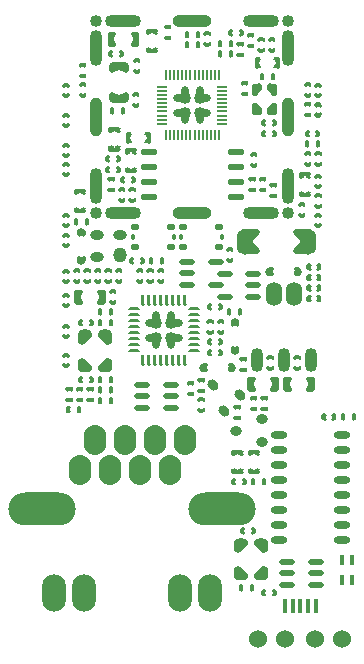
<source format=gtp>
G04 #@! TF.GenerationSoftware,KiCad,Pcbnew,6.0.5-a6ca702e91~116~ubuntu20.04.1*
G04 #@! TF.CreationDate,2024-03-02T15:14:06+03:00*
G04 #@! TF.ProjectId,iot-esp-eth-ind,696f742d-6573-4702-9d65-74682d696e64,rev?*
G04 #@! TF.SameCoordinates,PX3072580PYa990340*
G04 #@! TF.FileFunction,Paste,Top*
G04 #@! TF.FilePolarity,Positive*
%FSLAX46Y46*%
G04 Gerber Fmt 4.6, Leading zero omitted, Abs format (unit mm)*
G04 Created by KiCad (PCBNEW 6.0.5-a6ca702e91~116~ubuntu20.04.1) date 2024-03-02 15:14:06*
%MOMM*%
%LPD*%
G01*
G04 APERTURE LIST*
G04 Aperture macros list*
%AMRoundRect*
0 Rectangle with rounded corners*
0 $1 Rounding radius*
0 $2 $3 $4 $5 $6 $7 $8 $9 X,Y pos of 4 corners*
0 Add a 4 corners polygon primitive as box body*
4,1,4,$2,$3,$4,$5,$6,$7,$8,$9,$2,$3,0*
0 Add four circle primitives for the rounded corners*
1,1,$1+$1,$2,$3*
1,1,$1+$1,$4,$5*
1,1,$1+$1,$6,$7*
1,1,$1+$1,$8,$9*
0 Add four rect primitives between the rounded corners*
20,1,$1+$1,$2,$3,$4,$5,0*
20,1,$1+$1,$4,$5,$6,$7,0*
20,1,$1+$1,$6,$7,$8,$9,0*
20,1,$1+$1,$8,$9,$2,$3,0*%
%AMHorizOval*
0 Thick line with rounded ends*
0 $1 width*
0 $2 $3 position (X,Y) of the first rounded end (center of the circle)*
0 $4 $5 position (X,Y) of the second rounded end (center of the circle)*
0 Add line between two ends*
20,1,$1,$2,$3,$4,$5,0*
0 Add two circle primitives to create the rounded ends*
1,1,$1,$2,$3*
1,1,$1,$4,$5*%
%AMOutline4P*
0 Free polygon, 4 corners , with rotation*
0 The origin of the aperture is its center*
0 number of corners: always 4*
0 $1 to $8 corner X, Y*
0 $9 Rotation angle, in degrees counterclockwise*
0 create outline with 4 corners*
4,1,4,$1,$2,$3,$4,$5,$6,$7,$8,$1,$2,$9*%
G04 Aperture macros list end*
%ADD10Outline4P,-0.177800X-0.190500X0.177800X-0.190500X0.000000X0.190500X0.000000X0.190500X270.000000*%
%ADD11RoundRect,0.127000X0.000000X0.127000X0.000000X-0.127000X0.000000X-0.127000X0.000000X0.127000X0*%
%ADD12O,0.965200X0.406400*%
%ADD13Outline4P,-0.177800X-0.190500X0.177800X-0.190500X0.000000X0.190500X0.000000X0.190500X90.000000*%
%ADD14RoundRect,0.127000X0.000000X-0.127000X0.000000X0.127000X0.000000X0.127000X0.000000X-0.127000X0*%
%ADD15RoundRect,0.127000X0.035921X0.035921X-0.035921X-0.035921X-0.035921X-0.035921X0.035921X0.035921X0*%
%ADD16RoundRect,0.127000X0.050800X0.000000X-0.050800X0.000000X-0.050800X0.000000X0.050800X0.000000X0*%
%ADD17RoundRect,0.127000X-0.050800X0.000000X0.050800X0.000000X0.050800X0.000000X-0.050800X0.000000X0*%
%ADD18RoundRect,0.127000X-0.035921X-0.035921X0.035921X0.035921X0.035921X0.035921X-0.035921X-0.035921X0*%
%ADD19RoundRect,0.139700X0.000000X0.152400X0.000000X0.152400X0.000000X-0.152400X0.000000X-0.152400X0*%
%ADD20RoundRect,0.139700X0.000000X-0.152400X0.000000X-0.152400X0.000000X0.152400X0.000000X0.152400X0*%
%ADD21RoundRect,0.127000X-0.035921X0.035921X0.035921X-0.035921X0.035921X-0.035921X-0.035921X0.035921X0*%
%ADD22RoundRect,0.127000X0.035921X-0.035921X-0.035921X0.035921X-0.035921X0.035921X0.035921X-0.035921X0*%
%ADD23O,1.399540X0.599440*%
%ADD24RoundRect,0.127000X0.000000X0.050800X0.000000X-0.050800X0.000000X-0.050800X0.000000X0.050800X0*%
%ADD25RoundRect,0.139700X0.152400X0.000000X0.152400X0.000000X-0.152400X0.000000X-0.152400X0.000000X0*%
%ADD26RoundRect,0.127000X0.000000X-0.050800X0.000000X0.050800X0.000000X0.050800X0.000000X-0.050800X0*%
%ADD27RoundRect,0.139700X-0.152400X0.000000X-0.152400X0.000000X0.152400X0.000000X0.152400X0.000000X0*%
%ADD28O,1.397000X2.032000*%
%ADD29O,1.016000X2.032000*%
%ADD30HorizOval,0.457200X-0.251447X-0.251447X0.251447X0.251447X0*%
%ADD31O,1.143000X0.762000*%
%ADD32O,0.508000X1.117600*%
%ADD33O,0.482600X0.609600*%
%ADD34HorizOval,0.457200X-0.251447X0.251447X0.251447X-0.251447X0*%
%ADD35O,0.609600X0.457200*%
%ADD36HorizOval,0.457200X0.251447X-0.251447X-0.251447X0.251447X0*%
%ADD37HorizOval,0.457200X0.251447X0.251447X-0.251447X-0.251447X0*%
%ADD38O,0.457200X0.812800*%
%ADD39O,1.625600X0.711200*%
%ADD40HorizOval,0.406400X0.259055X-0.104665X-0.259055X0.104665X0*%
%ADD41HorizOval,0.406400X-0.259055X0.104665X0.259055X-0.104665X0*%
%ADD42HorizOval,0.406400X-0.259055X-0.104665X0.259055X0.104665X0*%
%ADD43HorizOval,0.406400X0.259055X0.104665X-0.259055X-0.104665X0*%
%ADD44Outline4P,-0.177800X-0.190500X0.177800X-0.190500X0.000000X0.190500X0.000000X0.190500X0.000000*%
%ADD45O,0.406400X0.965200*%
%ADD46Outline4P,-0.177800X-0.190500X0.177800X-0.190500X0.000000X0.190500X0.000000X0.190500X180.000000*%
%ADD47RoundRect,0.127000X0.127000X0.000000X-0.127000X0.000000X-0.127000X0.000000X0.127000X0.000000X0*%
%ADD48RoundRect,0.127000X-0.127000X0.000000X0.127000X0.000000X0.127000X0.000000X-0.127000X0.000000X0*%
%ADD49O,0.635000X1.143000*%
%ADD50C,1.016000*%
%ADD51O,1.143000X0.635000*%
%ADD52O,0.254000X1.016000*%
%ADD53O,1.016000X0.254000*%
%ADD54O,0.558800X1.270000*%
%ADD55RoundRect,0.177800X0.177800X0.000000X-0.177800X0.000000X-0.177800X0.000000X0.177800X0.000000X0*%
%ADD56Outline4P,-0.279400X-0.254000X0.279400X-0.254000X0.000000X0.254000X0.000000X0.254000X0.000000*%
%ADD57Outline4P,-0.279400X-0.254000X0.279400X-0.254000X0.000000X0.254000X0.000000X0.254000X180.000000*%
%ADD58RoundRect,0.177800X-0.177800X0.000000X0.177800X0.000000X0.177800X0.000000X-0.177800X0.000000X0*%
%ADD59RoundRect,0.127000X-0.048644X0.040817X0.048644X-0.040817X0.048644X-0.040817X-0.048644X0.040817X0*%
%ADD60RoundRect,0.127000X-0.048644X-0.040817X0.048644X0.040817X0.048644X0.040817X-0.048644X-0.040817X0*%
%ADD61RoundRect,0.127000X-0.069850X0.000000X0.069850X0.000000X0.069850X0.000000X-0.069850X0.000000X0*%
%ADD62RoundRect,0.127000X0.048644X-0.040817X-0.048644X0.040817X-0.048644X0.040817X0.048644X-0.040817X0*%
%ADD63RoundRect,0.127000X0.048644X0.040817X-0.048644X-0.040817X-0.048644X-0.040817X0.048644X0.040817X0*%
%ADD64RoundRect,0.177800X0.000000X-0.114300X0.000000X-0.114300X0.000000X0.114300X0.000000X0.114300X0*%
%ADD65HorizOval,0.304800X-0.125724X-0.125724X0.125724X0.125724X0*%
%ADD66O,0.304800X0.609600*%
%ADD67HorizOval,0.304800X0.125724X-0.125724X-0.125724X0.125724X0*%
%ADD68O,0.711200X0.673100*%
%ADD69HorizOval,0.304800X0.125724X0.125724X-0.125724X-0.125724X0*%
%ADD70HorizOval,0.304800X-0.125724X0.125724X0.125724X-0.125724X0*%
%ADD71RoundRect,0.127000X-0.040817X-0.048644X0.040817X0.048644X0.040817X0.048644X-0.040817X-0.048644X0*%
%ADD72RoundRect,0.127000X0.000000X-0.069850X0.000000X0.069850X0.000000X0.069850X0.000000X-0.069850X0*%
%ADD73RoundRect,0.177800X0.114300X0.000000X0.114300X0.000000X-0.114300X0.000000X-0.114300X0.000000X0*%
%ADD74RoundRect,0.127000X0.040817X-0.048644X-0.040817X0.048644X-0.040817X0.048644X0.040817X-0.048644X0*%
%ADD75RoundRect,0.127000X0.040817X0.048644X-0.040817X-0.048644X-0.040817X-0.048644X0.040817X0.048644X0*%
%ADD76RoundRect,0.127000X-0.040817X0.048644X0.040817X-0.048644X0.040817X-0.048644X-0.040817X0.048644X0*%
%ADD77O,1.320800X0.508000*%
%ADD78O,0.406400X0.914400*%
%ADD79O,0.609600X0.304800*%
%ADD80O,0.673100X0.711200*%
%ADD81O,1.016000X0.812800*%
%ADD82RoundRect,0.177800X-0.114300X0.000000X-0.114300X0.000000X0.114300X0.000000X0.114300X0.000000X0*%
%ADD83RoundRect,0.127000X0.000000X0.069850X0.000000X-0.069850X0.000000X-0.069850X0.000000X0.069850X0*%
%ADD84O,0.762000X0.558800*%
%ADD85O,0.355600X0.635000*%
%ADD86C,1.524000*%
%ADD87O,0.381000X1.270000*%
%ADD88O,1.651000X0.508000*%
%ADD89O,1.422400X2.159000*%
%ADD90HorizOval,0.508000X-0.404112X0.404112X0.404112X-0.404112X0*%
%ADD91HorizOval,0.508000X0.404112X-0.404112X-0.404112X0.404112X0*%
%ADD92HorizOval,0.508000X-0.404112X-0.404112X0.404112X0.404112X0*%
%ADD93HorizOval,0.508000X0.404112X0.404112X-0.404112X-0.404112X0*%
%ADD94RoundRect,0.127000X0.069850X0.000000X-0.069850X0.000000X-0.069850X0.000000X0.069850X0.000000X0*%
%ADD95RoundRect,0.177800X0.000000X0.114300X0.000000X0.114300X0.000000X-0.114300X0.000000X-0.114300X0*%
%ADD96O,1.371600X0.558800*%
%ADD97O,2.032000X3.175000*%
%ADD98O,1.905000X2.540000*%
%ADD99O,5.715000X2.794000*%
%ADD100O,1.143000X1.270000*%
%ADD101O,1.143000X0.838200*%
%ADD102HorizOval,0.812800X-0.071842X0.071842X0.071842X-0.071842X0*%
%ADD103O,0.533400X0.660400*%
%ADD104O,0.863600X0.558800*%
%ADD105HorizOval,0.533400X-0.179605X0.179605X0.179605X-0.179605X0*%
%ADD106HorizOval,0.533400X0.179605X0.179605X-0.179605X-0.179605X0*%
%ADD107O,0.533400X1.041400*%
%ADD108HorizOval,0.533400X-0.179605X-0.179605X0.179605X0.179605X0*%
%ADD109HorizOval,0.533400X0.179605X-0.179605X-0.179605X0.179605X0*%
%ADD110O,0.177800X0.889000*%
%ADD111O,0.889000X0.177800*%
%ADD112O,3.048000X1.016000*%
%ADD113O,1.016000X3.048000*%
%ADD114O,1.016000X3.302000*%
%ADD115O,3.302000X1.016000*%
G04 APERTURE END LIST*
D10*
G04 #@! TO.C,C22*
X11150600Y51206400D03*
D11*
X10947400Y52654200D03*
D10*
X11150600Y52578000D03*
D12*
X11303000Y52755800D03*
D11*
X11658600Y52654200D03*
D13*
X11455400Y52578000D03*
D12*
X11303000Y51028600D03*
D14*
X10947400Y51130200D03*
X11658600Y51130200D03*
D13*
X11455400Y51206400D03*
G04 #@! TD*
G04 #@! TO.C,L81*
X18694400Y16941800D03*
D12*
X18542000Y15392400D03*
D11*
X18186400Y17018000D03*
X18897600Y17018000D03*
D12*
X18542000Y17119600D03*
D14*
X18186400Y15494000D03*
D10*
X18389600Y15570200D03*
D13*
X18694400Y15570200D03*
D14*
X18897600Y15494000D03*
D10*
X18389600Y16941800D03*
G04 #@! TD*
D11*
G04 #@! TO.C,L2*
X9880600Y42545000D03*
D14*
X9169400Y41021000D03*
D12*
X9525000Y40919400D03*
D14*
X9880600Y41021000D03*
D13*
X9677400Y41097200D03*
D11*
X9169400Y42545000D03*
D10*
X9372600Y41097200D03*
D12*
X9525000Y42646600D03*
D13*
X9677400Y42468800D03*
D10*
X9372600Y42468800D03*
G04 #@! TD*
D15*
G04 #@! TO.C,C87*
X19888200Y14732000D03*
D16*
X19875500Y14782800D03*
D17*
X20764500Y14782800D03*
D18*
X20751800Y14478000D03*
D16*
X19875500Y14427200D03*
D19*
X19837400Y14605000D03*
D20*
X20802600Y14605000D03*
D21*
X19888200Y14478000D03*
D17*
X20764500Y14427200D03*
D22*
X20751800Y14732000D03*
G04 #@! TD*
D23*
G04 #@! TO.C,U81*
X22098000Y18542000D03*
X22098000Y17272000D03*
X22098000Y16002000D03*
X22098000Y14732000D03*
X22098000Y13462000D03*
X22098000Y12192000D03*
X22098000Y10922000D03*
X22098000Y9652000D03*
X27432000Y9652000D03*
X27432000Y10922000D03*
X27432000Y12192000D03*
X27432000Y13462000D03*
X27432000Y14732000D03*
X27432000Y16002000D03*
X27432000Y17272000D03*
X27432000Y18542000D03*
G04 #@! TD*
D24*
G04 #@! TO.C,C7*
X21285200Y51117500D03*
D21*
X21336000Y51130200D03*
D25*
X21463000Y52044600D03*
D26*
X21640800Y52006500D03*
D15*
X21336000Y51993800D03*
D18*
X21590000Y51130200D03*
D22*
X21590000Y51993800D03*
D27*
X21463000Y51079400D03*
D24*
X21640800Y51117500D03*
D26*
X21285200Y52006500D03*
G04 #@! TD*
D27*
G04 #@! TO.C,R72*
X8509000Y31521400D03*
D26*
X8331200Y32448500D03*
D24*
X8331200Y31559500D03*
D18*
X8636000Y31572200D03*
D24*
X8686800Y31559500D03*
D15*
X8382000Y32435800D03*
D22*
X8636000Y32435800D03*
D26*
X8686800Y32448500D03*
D21*
X8382000Y31572200D03*
D25*
X8509000Y32486600D03*
G04 #@! TD*
D18*
G04 #@! TO.C,C24*
X8890000Y38430200D03*
D26*
X8940800Y39306500D03*
D27*
X8763000Y38379400D03*
D25*
X8763000Y39344600D03*
D24*
X8940800Y38417500D03*
D21*
X8636000Y38430200D03*
D24*
X8585200Y38417500D03*
D22*
X8890000Y39293800D03*
D26*
X8585200Y39306500D03*
D15*
X8636000Y39293800D03*
G04 #@! TD*
D28*
G04 #@! TO.C,U41*
X21615400Y30480000D03*
X23342600Y30480000D03*
D29*
X20193000Y24892000D03*
X22479000Y24892000D03*
X24765000Y24892000D03*
G04 #@! TD*
D11*
G04 #@! TO.C,D42*
X24612600Y40513000D03*
D12*
X24257000Y40614600D03*
D11*
X23901400Y40513000D03*
D10*
X24104600Y39065200D03*
D14*
X24612600Y38989000D03*
D13*
X24409400Y39065200D03*
D12*
X24257000Y38887400D03*
D13*
X24409400Y40436800D03*
D14*
X23901400Y38989000D03*
D10*
X24104600Y40436800D03*
G04 #@! TD*
D12*
G04 #@! TO.C,C18*
X8128000Y44450000D03*
D11*
X8483600Y44348400D03*
D13*
X8280400Y44272200D03*
X8280400Y42900600D03*
D12*
X8128000Y42722800D03*
D10*
X7975600Y44272200D03*
X7975600Y42900600D03*
D14*
X7772400Y42824400D03*
X8483600Y42824400D03*
D11*
X7772400Y44348400D03*
G04 #@! TD*
D22*
G04 #@! TO.C,C62*
X5334000Y22402800D03*
D21*
X5080000Y21539200D03*
D24*
X5384800Y21526500D03*
D15*
X5080000Y22402800D03*
D25*
X5207000Y22453600D03*
D26*
X5384800Y22415500D03*
D27*
X5207000Y21488400D03*
D24*
X5029200Y21526500D03*
D18*
X5334000Y21539200D03*
D26*
X5029200Y22415500D03*
G04 #@! TD*
D30*
G04 #@! TO.C,X81*
X20421600Y6934200D03*
D31*
X18846800Y6578600D03*
X20523200Y9423400D03*
D32*
X18516600Y9144000D03*
D33*
X19189700Y6604000D03*
D34*
X18948400Y6934200D03*
D35*
X18592800Y7188200D03*
X20777200Y7188200D03*
D31*
X20523200Y6578600D03*
D35*
X18592800Y8813800D03*
D33*
X20180300Y6604000D03*
D32*
X20853400Y9144000D03*
D33*
X19189700Y9398000D03*
D31*
X18846800Y9423400D03*
D32*
X20853400Y6858000D03*
D35*
X20777200Y8813800D03*
D32*
X18516600Y6858000D03*
D33*
X20180300Y9398000D03*
D36*
X20421600Y9067800D03*
D37*
X18948400Y9067800D03*
G04 #@! TD*
D21*
G04 #@! TO.C,C12*
X20650200Y48768000D03*
D16*
X20637500Y49072800D03*
D17*
X21526500Y49072800D03*
D19*
X20599400Y48895000D03*
D20*
X21564600Y48895000D03*
D15*
X20650200Y49022000D03*
D18*
X21513800Y48768000D03*
D16*
X20637500Y48717200D03*
D17*
X21526500Y48717200D03*
D22*
X21513800Y49022000D03*
G04 #@! TD*
D26*
G04 #@! TO.C,C25*
X9474200Y39306500D03*
D27*
X9652000Y38379400D03*
D22*
X9779000Y39293800D03*
D21*
X9525000Y38430200D03*
D15*
X9525000Y39293800D03*
D18*
X9779000Y38430200D03*
D24*
X9474200Y38417500D03*
X9829800Y38417500D03*
D25*
X9652000Y39344600D03*
D26*
X9829800Y39306500D03*
G04 #@! TD*
D21*
G04 #@! TO.C,C10*
X19812000Y41402000D03*
D15*
X19812000Y42265600D03*
D26*
X19761200Y42278300D03*
D24*
X19761200Y41389300D03*
D27*
X19939000Y41351200D03*
D24*
X20116800Y41389300D03*
D25*
X19939000Y42316400D03*
D26*
X20116800Y42278300D03*
D22*
X20066000Y42265600D03*
D18*
X20066000Y41402000D03*
G04 #@! TD*
D32*
G04 #@! TO.C,X61*
X5308600Y26797000D03*
D31*
X7315200Y27076400D03*
D35*
X5384800Y26466800D03*
D33*
X5981700Y27051000D03*
D31*
X5638800Y27076400D03*
D32*
X7645400Y24511000D03*
D33*
X6972300Y27051000D03*
D35*
X7569200Y24841200D03*
D31*
X7315200Y24231600D03*
D32*
X5308600Y24511000D03*
D35*
X5384800Y24841200D03*
D33*
X6972300Y24257000D03*
D32*
X7645400Y26797000D03*
D35*
X7569200Y26466800D03*
D34*
X5740400Y24587200D03*
D37*
X5740400Y26720800D03*
D33*
X5981700Y24257000D03*
D31*
X5638800Y24231600D03*
D30*
X7213600Y24587200D03*
D36*
X7213600Y26720800D03*
G04 #@! TD*
D26*
G04 #@! TO.C,C3*
X18618200Y51625500D03*
D25*
X18796000Y51663600D03*
D18*
X18923000Y50749200D03*
D24*
X18618200Y50736500D03*
D26*
X18973800Y51625500D03*
D21*
X18669000Y50749200D03*
D22*
X18923000Y51612800D03*
D27*
X18796000Y50698400D03*
D24*
X18973800Y50736500D03*
D15*
X18669000Y51612800D03*
G04 #@! TD*
D26*
G04 #@! TO.C,C65*
X14782800Y22923500D03*
D21*
X14478000Y22047200D03*
D18*
X14732000Y22047200D03*
D25*
X14605000Y22961600D03*
D24*
X14782800Y22034500D03*
D15*
X14478000Y22910800D03*
D26*
X14427200Y22923500D03*
D24*
X14427200Y22034500D03*
D22*
X14732000Y22910800D03*
D27*
X14605000Y21996400D03*
G04 #@! TD*
D26*
G04 #@! TO.C,R51*
X24688800Y42354500D03*
D25*
X24511000Y42392600D03*
D18*
X24638000Y41478200D03*
D22*
X24638000Y42341800D03*
D15*
X24384000Y42341800D03*
D26*
X24333200Y42354500D03*
D21*
X24384000Y41478200D03*
D24*
X24688800Y41465500D03*
X24333200Y41465500D03*
D27*
X24511000Y41427400D03*
G04 #@! TD*
D21*
G04 #@! TO.C,R69*
X16205200Y26289000D03*
D20*
X17119600Y26416000D03*
D17*
X17081500Y26593800D03*
D15*
X16205200Y26543000D03*
D16*
X16192500Y26593800D03*
D19*
X16154400Y26416000D03*
D18*
X17068800Y26289000D03*
D22*
X17068800Y26543000D03*
D16*
X16192500Y26238200D03*
D17*
X17081500Y26238200D03*
G04 #@! TD*
D38*
G04 #@! TO.C,X2*
X9093200Y47142400D03*
D39*
X8509000Y49784000D03*
X8509000Y46990000D03*
D38*
X7924800Y47142400D03*
D40*
X8178800Y47244000D03*
D41*
X8839200Y49530000D03*
D42*
X8839200Y47244000D03*
D38*
X7924800Y49631600D03*
X9093200Y49631600D03*
D43*
X8178800Y49530000D03*
G04 #@! TD*
D15*
G04 #@! TO.C,R31*
X9601200Y33401000D03*
D16*
X9588500Y33096200D03*
X9588500Y33451800D03*
D18*
X10464800Y33147000D03*
D17*
X10477500Y33096200D03*
D19*
X9550400Y33274000D03*
D22*
X10464800Y33401000D03*
D17*
X10477500Y33451800D03*
D20*
X10515600Y33274000D03*
D21*
X9601200Y33147000D03*
G04 #@! TD*
D26*
G04 #@! TO.C,C73*
X7442200Y32448500D03*
D22*
X7747000Y32435800D03*
D24*
X7442200Y31559500D03*
D21*
X7493000Y31572200D03*
D27*
X7620000Y31521400D03*
D26*
X7797800Y32448500D03*
D25*
X7620000Y32486600D03*
D15*
X7493000Y32435800D03*
D18*
X7747000Y31572200D03*
D24*
X7797800Y31559500D03*
G04 #@! TD*
D44*
G04 #@! TO.C,C11*
X10845800Y43535600D03*
D45*
X9296400Y43688000D03*
X11023600Y43688000D03*
D46*
X9474200Y43840400D03*
D47*
X10922000Y43332400D03*
D48*
X9398000Y44043600D03*
X9398000Y43332400D03*
D46*
X10845800Y43840400D03*
D44*
X9474200Y43535600D03*
D47*
X10922000Y44043600D03*
G04 #@! TD*
D49*
G04 #@! TO.C,U61*
X12954000Y28448000D03*
D50*
X12954000Y28067000D03*
D49*
X11684000Y26416000D03*
X12954000Y26416000D03*
D51*
X11303000Y26797000D03*
X13335000Y26797000D03*
D50*
X11684000Y26797000D03*
X12954000Y26797000D03*
D51*
X13335000Y28067000D03*
D49*
X11684000Y28448000D03*
D50*
X11684000Y28067000D03*
D51*
X11303000Y28067000D03*
D52*
X10566400Y24892000D03*
X11074400Y24892000D03*
X11569700Y24892000D03*
X12065000Y24892000D03*
X12573000Y24892000D03*
X13068300Y24892000D03*
X13563600Y24892000D03*
X14071600Y24892000D03*
D53*
X14859000Y25679400D03*
X14859000Y26187400D03*
X14859000Y26682700D03*
X14859000Y27178000D03*
X14859000Y27686000D03*
X14859000Y28181300D03*
X14859000Y28676600D03*
X14859000Y29184600D03*
D52*
X14071600Y29972000D03*
X13563600Y29972000D03*
X13068300Y29972000D03*
X12573000Y29972000D03*
X12065000Y29972000D03*
X11569700Y29972000D03*
X11074400Y29972000D03*
X10566400Y29972000D03*
D53*
X9779000Y29184600D03*
X9779000Y28676600D03*
X9779000Y28181300D03*
X9779000Y27686000D03*
X9779000Y27178000D03*
X9779000Y26682700D03*
X9779000Y26187400D03*
X9779000Y25679400D03*
G04 #@! TD*
D21*
G04 #@! TO.C,C23*
X14300200Y52324000D03*
D16*
X14287500Y52628800D03*
D17*
X15176500Y52628800D03*
D20*
X15214600Y52451000D03*
D19*
X14249400Y52451000D03*
D22*
X15163800Y52578000D03*
D17*
X15176500Y52273200D03*
D16*
X14287500Y52273200D03*
D18*
X15163800Y52324000D03*
D15*
X14300200Y52578000D03*
G04 #@! TD*
D21*
G04 #@! TO.C,C15*
X7950200Y45847000D03*
D17*
X8826500Y46151800D03*
X8826500Y45796200D03*
D20*
X8864600Y45974000D03*
D16*
X7937500Y45796200D03*
D15*
X7950200Y46101000D03*
D18*
X8813800Y45847000D03*
D19*
X7899400Y45974000D03*
D22*
X8813800Y46101000D03*
D16*
X7937500Y46151800D03*
G04 #@! TD*
D18*
G04 #@! TO.C,C66*
X16383000Y27254200D03*
D27*
X16256000Y27203400D03*
D15*
X16129000Y28117800D03*
D25*
X16256000Y28168600D03*
D24*
X16078200Y27241500D03*
D22*
X16383000Y28117800D03*
D26*
X16078200Y28130500D03*
D21*
X16129000Y27254200D03*
D26*
X16433800Y28130500D03*
D24*
X16433800Y27241500D03*
G04 #@! TD*
G04 #@! TO.C,C5*
X9753600Y46469300D03*
D15*
X9804400Y47345600D03*
D26*
X9753600Y47358300D03*
D22*
X10058400Y47345600D03*
D25*
X9931400Y47396400D03*
D26*
X10109200Y47358300D03*
D27*
X9931400Y46431200D03*
D21*
X9804400Y46482000D03*
D24*
X10109200Y46469300D03*
D18*
X10058400Y46482000D03*
G04 #@! TD*
D54*
G04 #@! TO.C,C21*
X7810500Y52070000D03*
D55*
X9829800Y52527200D03*
D56*
X9753600Y51892200D03*
D57*
X8026400Y52247800D03*
D55*
X9829800Y51612800D03*
D56*
X8026400Y51892200D03*
D57*
X9753600Y52247800D03*
D58*
X7950200Y51612800D03*
X7950200Y52527200D03*
D54*
X9969500Y52070000D03*
G04 #@! TD*
D45*
G04 #@! TO.C,C8*
X20218400Y50038000D03*
X21945600Y50038000D03*
D44*
X20396200Y49885600D03*
D46*
X21767800Y50190400D03*
D48*
X20320000Y49682400D03*
X20320000Y50393600D03*
D47*
X21844000Y50393600D03*
X21844000Y49682400D03*
D46*
X20396200Y50190400D03*
D44*
X21767800Y49885600D03*
G04 #@! TD*
D59*
G04 #@! TO.C,D107*
X25387300Y31998920D03*
D60*
X24650700Y31998920D03*
D61*
X24625300Y31711900D03*
D62*
X24650700Y31755080D03*
D61*
X25412700Y32042100D03*
X25412700Y31711900D03*
X24625300Y32042100D03*
D63*
X25387300Y31755080D03*
D64*
X24549100Y31877000D03*
X25488900Y31877000D03*
G04 #@! TD*
D27*
G04 #@! TO.C,R56*
X24511000Y47269400D03*
D21*
X24384000Y47320200D03*
D18*
X24638000Y47320200D03*
D26*
X24333200Y48196500D03*
D25*
X24511000Y48234600D03*
D26*
X24688800Y48196500D03*
D15*
X24384000Y48183800D03*
D22*
X24638000Y48183800D03*
D24*
X24688800Y47307500D03*
X24333200Y47307500D03*
G04 #@! TD*
D65*
G04 #@! TO.C,D82*
X18415000Y25857200D03*
D66*
X18135600Y28016200D03*
D67*
X18415000Y27990800D03*
D68*
X18338800Y28149550D03*
D69*
X18262600Y27990800D03*
D66*
X18542000Y25831800D03*
D68*
X18338800Y25698450D03*
D66*
X18542000Y28016200D03*
X18135600Y25831800D03*
D70*
X18262600Y25857200D03*
G04 #@! TD*
D16*
G04 #@! TO.C,R64*
X6921500Y22529800D03*
D21*
X6934200Y22225000D03*
D20*
X7848600Y22352000D03*
D18*
X7797800Y22225000D03*
D16*
X6921500Y22174200D03*
D17*
X7810500Y22174200D03*
D15*
X6934200Y22479000D03*
D22*
X7797800Y22479000D03*
D19*
X6883400Y22352000D03*
D17*
X7810500Y22529800D03*
G04 #@! TD*
D71*
G04 #@! TO.C,D95*
X3942080Y37071300D03*
D72*
X3898900Y36309300D03*
D73*
X4064000Y36233100D03*
D74*
X3942080Y36334700D03*
D72*
X4229100Y37096700D03*
D73*
X4064000Y37172900D03*
D75*
X4185920Y36334700D03*
D72*
X4229100Y36309300D03*
D76*
X4185920Y37071300D03*
D72*
X3898900Y37096700D03*
G04 #@! TD*
D20*
G04 #@! TO.C,C81*
X21691600Y5207000D03*
D16*
X20764500Y5029200D03*
D17*
X21653500Y5384800D03*
X21653500Y5029200D03*
D22*
X21640800Y5334000D03*
D21*
X20777200Y5080000D03*
D19*
X20726400Y5207000D03*
D16*
X20764500Y5384800D03*
D18*
X21640800Y5080000D03*
D15*
X20777200Y5334000D03*
G04 #@! TD*
D21*
G04 #@! TO.C,C69*
X5283200Y23114000D03*
D15*
X5283200Y23368000D03*
D16*
X5270500Y23063200D03*
X5270500Y23418800D03*
D19*
X5232400Y23241000D03*
D18*
X6146800Y23114000D03*
D17*
X6159500Y23063200D03*
D22*
X6146800Y23368000D03*
D17*
X6159500Y23418800D03*
D20*
X6197600Y23241000D03*
G04 #@! TD*
D54*
G04 #@! TO.C,C89*
X19621500Y22860000D03*
X21780500Y22860000D03*
D55*
X21640800Y23317200D03*
D58*
X19761200Y22402800D03*
D57*
X21564600Y23037800D03*
X19837400Y23037800D03*
D56*
X21564600Y22682200D03*
X19837400Y22682200D03*
D55*
X21640800Y22402800D03*
D58*
X19761200Y23317200D03*
G04 #@! TD*
D15*
G04 #@! TO.C,C70*
X5283200Y28194000D03*
D21*
X5283200Y27940000D03*
D16*
X5270500Y27889200D03*
X5270500Y28244800D03*
D17*
X6159500Y27889200D03*
D22*
X6146800Y28194000D03*
D17*
X6159500Y28244800D03*
D18*
X6146800Y27940000D03*
D19*
X5232400Y28067000D03*
D20*
X6197600Y28067000D03*
G04 #@! TD*
D18*
G04 #@! TO.C,R7*
X19939000Y39319200D03*
D26*
X19989800Y40195500D03*
D22*
X19939000Y40182800D03*
D21*
X19685000Y39319200D03*
D26*
X19634200Y40195500D03*
D25*
X19812000Y40233600D03*
D15*
X19685000Y40182800D03*
D24*
X19989800Y39306500D03*
X19634200Y39306500D03*
D27*
X19812000Y39268400D03*
G04 #@! TD*
D18*
G04 #@! TO.C,C68*
X7797800Y27940000D03*
D21*
X6934200Y27940000D03*
D15*
X6934200Y28194000D03*
D22*
X7797800Y28194000D03*
D19*
X6883400Y28067000D03*
D16*
X6921500Y28244800D03*
X6921500Y27889200D03*
D20*
X7848600Y28067000D03*
D17*
X7810500Y27889200D03*
X7810500Y28244800D03*
G04 #@! TD*
D77*
G04 #@! TO.C,D81*
X25196800Y5892800D03*
X25196800Y6858000D03*
X25196800Y7823200D03*
X22758400Y7823200D03*
X22758400Y6858000D03*
X22758400Y5892800D03*
G04 #@! TD*
D18*
G04 #@! TO.C,C2*
X16129000Y51638200D03*
D26*
X15824200Y52514500D03*
D25*
X16002000Y52552600D03*
D24*
X16179800Y51625500D03*
D22*
X16129000Y52501800D03*
D24*
X15824200Y51625500D03*
D21*
X15875000Y51638200D03*
D26*
X16179800Y52514500D03*
D27*
X16002000Y51587400D03*
D15*
X15875000Y52501800D03*
G04 #@! TD*
D22*
G04 #@! TO.C,R6*
X17068800Y29514800D03*
D17*
X17081500Y29565600D03*
D21*
X16205200Y29260800D03*
D16*
X16192500Y29210000D03*
D20*
X17119600Y29387800D03*
D15*
X16205200Y29514800D03*
D18*
X17068800Y29260800D03*
D19*
X16154400Y29387800D03*
D16*
X16192500Y29565600D03*
D17*
X17081500Y29210000D03*
G04 #@! TD*
D19*
G04 #@! TO.C,C1*
X17043400Y51689000D03*
D22*
X17957800Y51816000D03*
D16*
X17081500Y51866800D03*
X17081500Y51511200D03*
D21*
X17094200Y51562000D03*
D17*
X17970500Y51511200D03*
X17970500Y51866800D03*
D15*
X17094200Y51816000D03*
D20*
X18008600Y51689000D03*
D18*
X17957800Y51562000D03*
G04 #@! TD*
D78*
G04 #@! TO.C,T81*
X27406600Y6248400D03*
X27406600Y7975600D03*
X28219400Y7975600D03*
X28219400Y6248400D03*
G04 #@! TD*
D79*
G04 #@! TO.C,D41*
X21386800Y32181800D03*
X23571200Y32588200D03*
D65*
X23545800Y32308800D03*
D80*
X21253450Y32385000D03*
X23704550Y32385000D03*
D69*
X21412200Y32461200D03*
D67*
X23545800Y32461200D03*
D70*
X21412200Y32308800D03*
D79*
X21386800Y32588200D03*
X23571200Y32181800D03*
G04 #@! TD*
D81*
G04 #@! TO.C,Q81*
X20657820Y17970500D03*
X20657820Y19875500D03*
X18458180Y18923000D03*
G04 #@! TD*
D24*
G04 #@! TO.C,R4*
X19354800Y47434500D03*
D27*
X19177000Y47396400D03*
D18*
X19304000Y47447200D03*
D26*
X19354800Y48323500D03*
D22*
X19304000Y48310800D03*
D21*
X19050000Y47447200D03*
D26*
X18999200Y48323500D03*
D15*
X19050000Y48310800D03*
D24*
X18999200Y47434500D03*
D25*
X19177000Y48361600D03*
G04 #@! TD*
D22*
G04 #@! TO.C,C17*
X8432800Y42037000D03*
D16*
X7556500Y41732200D03*
D19*
X7518400Y41910000D03*
D17*
X8445500Y41732200D03*
D15*
X7569200Y42037000D03*
D20*
X8483600Y41910000D03*
D18*
X8432800Y41783000D03*
D17*
X8445500Y42087800D03*
D16*
X7556500Y42087800D03*
D21*
X7569200Y41783000D03*
G04 #@! TD*
D17*
G04 #@! TO.C,C9*
X21653500Y43891200D03*
D15*
X20777200Y44196000D03*
D20*
X21691600Y44069000D03*
D19*
X20726400Y44069000D03*
D17*
X21653500Y44246800D03*
D16*
X20764500Y44246800D03*
D21*
X20777200Y43942000D03*
D22*
X21640800Y44196000D03*
D18*
X21640800Y43942000D03*
D16*
X20764500Y43891200D03*
G04 #@! TD*
D27*
G04 #@! TO.C,R2*
X21590000Y38760400D03*
D22*
X21717000Y39674800D03*
D26*
X21767800Y39687500D03*
D18*
X21717000Y38811200D03*
D24*
X21412200Y38798500D03*
D26*
X21412200Y39687500D03*
D25*
X21590000Y39725600D03*
D24*
X21767800Y38798500D03*
D15*
X21463000Y39674800D03*
D21*
X21463000Y38811200D03*
G04 #@! TD*
D82*
G04 #@! TO.C,D96*
X4064000Y35521900D03*
X4064000Y34582100D03*
D71*
X3942080Y35420300D03*
D83*
X3898900Y34658300D03*
D75*
X4185920Y34683700D03*
D74*
X3942080Y34683700D03*
D76*
X4185920Y35420300D03*
D83*
X3898900Y35445700D03*
X4229100Y34658300D03*
X4229100Y35445700D03*
G04 #@! TD*
D22*
G04 #@! TO.C,C63*
X6223000Y22402800D03*
D25*
X6096000Y22453600D03*
D26*
X5918200Y22415500D03*
D24*
X6273800Y21526500D03*
D18*
X6223000Y21539200D03*
D27*
X6096000Y21488400D03*
D15*
X5969000Y22402800D03*
D24*
X5918200Y21526500D03*
D26*
X6273800Y22415500D03*
D21*
X5969000Y21539200D03*
G04 #@! TD*
G04 #@! TO.C,C43*
X21209000Y24206200D03*
D27*
X21336000Y24155400D03*
D25*
X21336000Y25120600D03*
D26*
X21513800Y25082500D03*
D22*
X21463000Y25069800D03*
D15*
X21209000Y25069800D03*
D24*
X21158200Y24193500D03*
D18*
X21463000Y24206200D03*
D24*
X21513800Y24193500D03*
D26*
X21158200Y25082500D03*
G04 #@! TD*
D20*
G04 #@! TO.C,C19*
X8483600Y41021000D03*
D16*
X7556500Y41198800D03*
D19*
X7518400Y41021000D03*
D15*
X7569200Y41148000D03*
D17*
X8445500Y40843200D03*
D21*
X7569200Y40894000D03*
D18*
X8432800Y40894000D03*
D22*
X8432800Y41148000D03*
D16*
X7556500Y40843200D03*
D17*
X8445500Y41198800D03*
G04 #@! TD*
D18*
G04 #@! TO.C,C4*
X5588000Y48971200D03*
D24*
X5638800Y48958500D03*
D26*
X5638800Y49847500D03*
D21*
X5334000Y48971200D03*
D27*
X5461000Y48920400D03*
D26*
X5283200Y49847500D03*
D15*
X5334000Y49834800D03*
D22*
X5588000Y49834800D03*
D24*
X5283200Y48958500D03*
D25*
X5461000Y49885600D03*
G04 #@! TD*
D83*
G04 #@! TO.C,D94*
X4229100Y40627300D03*
D75*
X4185920Y40652700D03*
D83*
X4229100Y41414700D03*
D74*
X3942080Y40652700D03*
D71*
X3942080Y41389300D03*
D83*
X3898900Y40627300D03*
D76*
X4185920Y41389300D03*
D82*
X4064000Y40551100D03*
X4064000Y41490900D03*
D83*
X3898900Y41414700D03*
G04 #@! TD*
D16*
G04 #@! TO.C,C90*
X17843500Y29133800D03*
D17*
X18732500Y29133800D03*
D16*
X17843500Y28778200D03*
D15*
X17856200Y29083000D03*
D21*
X17856200Y28829000D03*
D19*
X17805400Y28956000D03*
D20*
X18770600Y28956000D03*
D18*
X18719800Y28829000D03*
D22*
X18719800Y29083000D03*
D17*
X18732500Y28778200D03*
G04 #@! TD*
D16*
G04 #@! TO.C,C14*
X7810500Y50622200D03*
D19*
X7772400Y50800000D03*
D17*
X8699500Y50977800D03*
X8699500Y50622200D03*
D20*
X8737600Y50800000D03*
D18*
X8686800Y50673000D03*
D21*
X7823200Y50673000D03*
D16*
X7810500Y50977800D03*
D15*
X7823200Y50927000D03*
D22*
X8686800Y50927000D03*
G04 #@! TD*
D24*
G04 #@! TO.C,C6*
X19507200Y51498500D03*
D26*
X19507200Y52387500D03*
D18*
X19812000Y51511200D03*
D26*
X19862800Y52387500D03*
D25*
X19685000Y52425600D03*
D24*
X19862800Y51498500D03*
D21*
X19558000Y51511200D03*
D15*
X19558000Y52374800D03*
D27*
X19685000Y51460400D03*
D22*
X19812000Y52374800D03*
G04 #@! TD*
D79*
G04 #@! TO.C,D83*
X17983200Y24460200D03*
X17983200Y24053800D03*
D67*
X17957800Y24333200D03*
D65*
X17957800Y24180800D03*
D79*
X15798800Y24053800D03*
D69*
X15824200Y24333200D03*
D80*
X15665450Y24257000D03*
D70*
X15824200Y24180800D03*
D80*
X18116550Y24257000D03*
D79*
X15798800Y24460200D03*
G04 #@! TD*
D68*
G04 #@! TO.C,D31*
X5334000Y33318450D03*
D66*
X5537200Y35636200D03*
D70*
X5257800Y33477200D03*
D68*
X5334000Y35769550D03*
D66*
X5130800Y35636200D03*
D67*
X5410200Y35610800D03*
D66*
X5130800Y33451800D03*
D69*
X5257800Y35610800D03*
D66*
X5537200Y33451800D03*
D65*
X5410200Y33477200D03*
G04 #@! TD*
D76*
G04 #@! TO.C,D101*
X25521920Y48120300D03*
D83*
X25565100Y47358300D03*
D75*
X25521920Y47383700D03*
D82*
X25400000Y47282100D03*
D71*
X25278080Y48120300D03*
D83*
X25234900Y47358300D03*
X25234900Y48145700D03*
X25565100Y48145700D03*
D74*
X25278080Y47383700D03*
D82*
X25400000Y48221900D03*
G04 #@! TD*
D84*
G04 #@! TO.C,S31*
X12954000Y34467800D03*
X9906000Y34467800D03*
X12954000Y36144200D03*
X9906000Y36144200D03*
D85*
X13131800Y35306000D03*
X9728200Y35306000D03*
G04 #@! TD*
D12*
G04 #@! TO.C,C83*
X19939000Y15392400D03*
D10*
X19786600Y15570200D03*
D13*
X20091400Y15570200D03*
D11*
X20294600Y17018000D03*
D12*
X19939000Y17119600D03*
D14*
X19583400Y15494000D03*
X20294600Y15494000D03*
D10*
X19786600Y16941800D03*
D13*
X20091400Y16941800D03*
D11*
X19583400Y17018000D03*
G04 #@! TD*
D17*
G04 #@! TO.C,D1*
X18859500Y52755800D03*
D20*
X18897600Y52578000D03*
D19*
X17932400Y52578000D03*
D21*
X17983200Y52451000D03*
D22*
X18846800Y52705000D03*
D16*
X17970500Y52755800D03*
D18*
X18846800Y52451000D03*
D17*
X18859500Y52400200D03*
D16*
X17970500Y52400200D03*
D15*
X17983200Y52705000D03*
G04 #@! TD*
D86*
G04 #@! TO.C,J81*
X27432000Y1270000D03*
X22606000Y1270000D03*
X20320000Y1270000D03*
X25146000Y1270000D03*
D87*
X22575520Y4064000D03*
X23228300Y4064000D03*
X23876000Y4064000D03*
X24523700Y4064000D03*
X25176480Y4064000D03*
G04 #@! TD*
D73*
G04 #@! TO.C,D99*
X4064000Y26835100D03*
D76*
X4185920Y27673300D03*
D72*
X3898900Y26911300D03*
D74*
X3942080Y26936700D03*
D71*
X3942080Y27673300D03*
D75*
X4185920Y26936700D03*
D72*
X4229100Y27698700D03*
X4229100Y26911300D03*
D73*
X4064000Y27774900D03*
D72*
X3898900Y27698700D03*
G04 #@! TD*
D26*
G04 #@! TO.C,L4*
X7696200Y40195500D03*
D27*
X7874000Y39268400D03*
D26*
X8051800Y40195500D03*
D22*
X8001000Y40182800D03*
D24*
X8051800Y39306500D03*
X7696200Y39306500D03*
D15*
X7747000Y40182800D03*
D25*
X7874000Y40233600D03*
D21*
X7747000Y39319200D03*
D18*
X8001000Y39319200D03*
G04 #@! TD*
D17*
G04 #@! TO.C,R32*
X5778500Y36753800D03*
X5778500Y36398200D03*
D15*
X4902200Y36703000D03*
D22*
X5765800Y36703000D03*
D16*
X4889500Y36398200D03*
D19*
X4851400Y36576000D03*
D16*
X4889500Y36753800D03*
D18*
X5765800Y36449000D03*
D20*
X5816600Y36576000D03*
D21*
X4902200Y36449000D03*
G04 #@! TD*
D17*
G04 #@! TO.C,C13*
X21653500Y44780200D03*
X21653500Y45135800D03*
D20*
X21691600Y44958000D03*
D19*
X20726400Y44958000D03*
D22*
X21640800Y45085000D03*
D18*
X21640800Y44831000D03*
D16*
X20764500Y45135800D03*
X20764500Y44780200D03*
D15*
X20777200Y45085000D03*
D21*
X20777200Y44831000D03*
G04 #@! TD*
D22*
G04 #@! TO.C,R84*
X19177000Y24942800D03*
D24*
X19227800Y24066500D03*
D26*
X18872200Y24955500D03*
D18*
X19177000Y24079200D03*
D21*
X18923000Y24079200D03*
D24*
X18872200Y24066500D03*
D26*
X19227800Y24955500D03*
D15*
X18923000Y24942800D03*
D27*
X19050000Y24028400D03*
D25*
X19050000Y24993600D03*
G04 #@! TD*
D24*
G04 #@! TO.C,C86*
X21005800Y20764500D03*
D27*
X20828000Y20726400D03*
D18*
X20955000Y20777200D03*
D26*
X21005800Y21653500D03*
D21*
X20701000Y20777200D03*
D25*
X20828000Y21691600D03*
D15*
X20701000Y21640800D03*
D24*
X20650200Y20764500D03*
D22*
X20955000Y21640800D03*
D26*
X20650200Y21653500D03*
G04 #@! TD*
D77*
G04 #@! TO.C,U62*
X14274800Y33223200D03*
X14274800Y32258000D03*
X14274800Y31292800D03*
X16713200Y31292800D03*
X16713200Y33223200D03*
G04 #@! TD*
D61*
G04 #@! TO.C,D109*
X25412700Y30264100D03*
D59*
X25387300Y30220920D03*
D62*
X24650700Y29977080D03*
D63*
X25387300Y29977080D03*
D61*
X25412700Y29933900D03*
D60*
X24650700Y30220920D03*
D64*
X25488900Y30099000D03*
D61*
X24625300Y30264100D03*
X24625300Y29933900D03*
D64*
X24549100Y30099000D03*
G04 #@! TD*
D24*
G04 #@! TO.C,R41*
X24180800Y37147500D03*
D15*
X23876000Y38023800D03*
D22*
X24130000Y38023800D03*
D26*
X24180800Y38036500D03*
X23825200Y38036500D03*
D27*
X24003000Y37109400D03*
D24*
X23825200Y37147500D03*
D25*
X24003000Y38074600D03*
D18*
X24130000Y37160200D03*
D21*
X23876000Y37160200D03*
G04 #@! TD*
D11*
G04 #@! TO.C,C32*
X5562600Y39116000D03*
D12*
X5207000Y39217600D03*
D11*
X4851400Y39116000D03*
D14*
X4851400Y37592000D03*
D10*
X5054600Y37668200D03*
D14*
X5562600Y37592000D03*
D13*
X5359400Y37668200D03*
D10*
X5054600Y39039800D03*
D13*
X5359400Y39039800D03*
D12*
X5207000Y37490400D03*
G04 #@! TD*
D60*
G04 #@! TO.C,D108*
X24650700Y31109920D03*
D61*
X24625300Y30822900D03*
D64*
X25488900Y30988000D03*
D59*
X25387300Y31109920D03*
D62*
X24650700Y30866080D03*
D63*
X25387300Y30866080D03*
D61*
X25412700Y30822900D03*
X25412700Y31153100D03*
D64*
X24549100Y30988000D03*
D61*
X24625300Y31153100D03*
G04 #@! TD*
D82*
G04 #@! TO.C,D102*
X25400000Y45599350D03*
D83*
X25565100Y45675550D03*
X25234900Y46462950D03*
D74*
X25278080Y45700950D03*
D76*
X25521920Y46437550D03*
D83*
X25234900Y45675550D03*
X25565100Y46462950D03*
D71*
X25278080Y46437550D03*
D75*
X25521920Y45700950D03*
D82*
X25400000Y46539150D03*
G04 #@! TD*
D16*
G04 #@! TO.C,C67*
X6921500Y29133800D03*
D18*
X7797800Y28829000D03*
D20*
X7848600Y28956000D03*
D22*
X7797800Y29083000D03*
D17*
X7810500Y28778200D03*
D21*
X6934200Y28829000D03*
D16*
X6921500Y28778200D03*
D15*
X6934200Y29083000D03*
D19*
X6883400Y28956000D03*
D17*
X7810500Y29133800D03*
G04 #@! TD*
D16*
G04 #@! TO.C,C64*
X6921500Y21285200D03*
D20*
X7848600Y21463000D03*
D17*
X7810500Y21640800D03*
D16*
X6921500Y21640800D03*
D22*
X7797800Y21590000D03*
D19*
X6883400Y21463000D03*
D21*
X6934200Y21336000D03*
D18*
X7797800Y21336000D03*
D15*
X6934200Y21590000D03*
D17*
X7810500Y21285200D03*
G04 #@! TD*
D26*
G04 #@! TO.C,R67*
X11353800Y32448500D03*
X10998200Y32448500D03*
D15*
X11049000Y32435800D03*
D18*
X11303000Y31572200D03*
D21*
X11049000Y31572200D03*
D27*
X11176000Y31521400D03*
D25*
X11176000Y32486600D03*
D24*
X11353800Y31559500D03*
D22*
X11303000Y32435800D03*
D24*
X10998200Y31559500D03*
G04 #@! TD*
D77*
G04 #@! TO.C,U82*
X19888200Y30276800D03*
X19888200Y31242000D03*
X19888200Y32207200D03*
X17449800Y32207200D03*
X17449800Y30276800D03*
G04 #@! TD*
D24*
G04 #@! TO.C,R81*
X18364200Y20002500D03*
D18*
X18669000Y20015200D03*
D21*
X18415000Y20015200D03*
D22*
X18669000Y20878800D03*
D24*
X18719800Y20002500D03*
D26*
X18719800Y20891500D03*
D15*
X18415000Y20878800D03*
D27*
X18542000Y19964400D03*
D25*
X18542000Y20929600D03*
D26*
X18364200Y20891500D03*
G04 #@! TD*
D18*
G04 #@! TO.C,C31*
X12115800Y33147000D03*
D16*
X11239500Y33451800D03*
D19*
X11201400Y33274000D03*
D15*
X11252200Y33401000D03*
D17*
X12128500Y33096200D03*
X12128500Y33451800D03*
D16*
X11239500Y33096200D03*
D22*
X12115800Y33401000D03*
D20*
X12166600Y33274000D03*
D21*
X11252200Y33147000D03*
G04 #@! TD*
D88*
G04 #@! TO.C,C42*
X24104600Y35737800D03*
D89*
X19151600Y34925000D03*
D90*
X19761200Y34518600D03*
D88*
X19583400Y35737800D03*
D91*
X23926800Y35331400D03*
D89*
X24536400Y34925000D03*
D88*
X24104600Y34112200D03*
X19583400Y34112200D03*
D92*
X23926800Y34518600D03*
D93*
X19761200Y35331400D03*
G04 #@! TD*
D22*
G04 #@! TO.C,R70*
X7797800Y23368000D03*
D17*
X7810500Y23063200D03*
X7810500Y23418800D03*
D20*
X7848600Y23241000D03*
D21*
X6934200Y23114000D03*
D15*
X6934200Y23368000D03*
D16*
X6921500Y23063200D03*
D19*
X6883400Y23241000D03*
D16*
X6921500Y23418800D03*
D18*
X7797800Y23114000D03*
G04 #@! TD*
D71*
G04 #@! TO.C,D100*
X3942080Y25260300D03*
D75*
X4185920Y24523700D03*
D74*
X3942080Y24523700D03*
D83*
X4229100Y25285700D03*
D82*
X4064000Y25361900D03*
D83*
X3898900Y24498300D03*
X4229100Y24498300D03*
X3898900Y25285700D03*
D76*
X4185920Y25260300D03*
D82*
X4064000Y24422100D03*
G04 #@! TD*
D62*
G04 #@! TO.C,D110*
X25920700Y19944080D03*
D94*
X25895300Y19900900D03*
X25895300Y20231100D03*
X26682700Y19900900D03*
D60*
X25920700Y20187920D03*
D63*
X26657300Y19944080D03*
D95*
X25819100Y20066000D03*
D59*
X26657300Y20187920D03*
D94*
X26682700Y20231100D03*
D95*
X26758900Y20066000D03*
G04 #@! TD*
D96*
G04 #@! TO.C,U2*
X18415000Y38735000D03*
X18415000Y40005000D03*
X18415000Y41275000D03*
X18415000Y42545000D03*
X11049000Y42545000D03*
X11049000Y41275000D03*
X11049000Y40005000D03*
X11049000Y38735000D03*
G04 #@! TD*
D97*
G04 #@! TO.C,J61*
X16256000Y5207000D03*
D98*
X5207000Y15621000D03*
X10287000Y15621000D03*
X14097000Y18161000D03*
X7747000Y15621000D03*
D97*
X3048000Y5207000D03*
X13716000Y5207000D03*
D99*
X17272000Y12319000D03*
X2032000Y12319000D03*
D98*
X9017000Y18161000D03*
X12827000Y15621000D03*
X11557000Y18161000D03*
X6477000Y18161000D03*
D97*
X5588000Y5207000D03*
G04 #@! TD*
D24*
G04 #@! TO.C,R1*
X20751800Y51117500D03*
D18*
X20701000Y51130200D03*
D25*
X20574000Y52044600D03*
D15*
X20447000Y51993800D03*
D26*
X20751800Y52006500D03*
D22*
X20701000Y51993800D03*
D21*
X20447000Y51130200D03*
D24*
X20396200Y51117500D03*
D26*
X20396200Y52006500D03*
D27*
X20574000Y51079400D03*
G04 #@! TD*
D26*
G04 #@! TO.C,R71*
X15316200Y23177500D03*
D24*
X15671800Y22288500D03*
D22*
X15621000Y23164800D03*
D25*
X15494000Y23215600D03*
D21*
X15367000Y22301200D03*
D18*
X15621000Y22301200D03*
D27*
X15494000Y22250400D03*
D24*
X15316200Y22288500D03*
D26*
X15671800Y23177500D03*
D15*
X15367000Y23164800D03*
G04 #@! TD*
D24*
G04 #@! TO.C,C74*
X6908800Y31559500D03*
D26*
X6908800Y32448500D03*
D22*
X6858000Y32435800D03*
D24*
X6553200Y31559500D03*
D15*
X6604000Y32435800D03*
D27*
X6731000Y31521400D03*
D21*
X6604000Y31572200D03*
D25*
X6731000Y32486600D03*
D26*
X6553200Y32448500D03*
D18*
X6858000Y31572200D03*
G04 #@! TD*
D26*
G04 #@! TO.C,R82*
X15316200Y21526500D03*
D27*
X15494000Y20599400D03*
D24*
X15671800Y20637500D03*
D25*
X15494000Y21564600D03*
D18*
X15621000Y20650200D03*
D21*
X15367000Y20650200D03*
D15*
X15367000Y21513800D03*
D26*
X15671800Y21526500D03*
D22*
X15621000Y21513800D03*
D24*
X15316200Y20637500D03*
G04 #@! TD*
D18*
G04 #@! TO.C,R63*
X4445000Y21539200D03*
D26*
X4495800Y22415500D03*
D25*
X4318000Y22453600D03*
D15*
X4191000Y22402800D03*
D24*
X4495800Y21526500D03*
X4140200Y21526500D03*
D26*
X4140200Y22415500D03*
D22*
X4445000Y22402800D03*
D21*
X4191000Y21539200D03*
D27*
X4318000Y21488400D03*
G04 #@! TD*
D24*
G04 #@! TO.C,L82*
X19761200Y20764500D03*
D18*
X20066000Y20777200D03*
D15*
X19812000Y21640800D03*
D21*
X19812000Y20777200D03*
D27*
X19939000Y20726400D03*
D22*
X20066000Y21640800D03*
D26*
X20116800Y21653500D03*
D24*
X20116800Y20764500D03*
D25*
X19939000Y21691600D03*
D26*
X19761200Y21653500D03*
G04 #@! TD*
D17*
G04 #@! TO.C,R68*
X17081500Y25704800D03*
D18*
X17068800Y25400000D03*
D16*
X16192500Y25704800D03*
D15*
X16205200Y25654000D03*
D20*
X17119600Y25527000D03*
D19*
X16154400Y25527000D03*
D22*
X17068800Y25654000D03*
D17*
X17081500Y25349200D03*
D16*
X16192500Y25349200D03*
D21*
X16205200Y25400000D03*
G04 #@! TD*
D26*
G04 #@! TO.C,R52*
X25577800Y38798500D03*
D27*
X25400000Y37871400D03*
D24*
X25577800Y37909500D03*
D15*
X25273000Y38785800D03*
D25*
X25400000Y38836600D03*
D18*
X25527000Y37922200D03*
D21*
X25273000Y37922200D03*
D24*
X25222200Y37909500D03*
D22*
X25527000Y38785800D03*
D26*
X25222200Y38798500D03*
G04 #@! TD*
D55*
G04 #@! TO.C,C72*
X6985000Y30683200D03*
D57*
X6908800Y30403800D03*
D56*
X6908800Y30048200D03*
D57*
X5181600Y30403800D03*
D56*
X5181600Y30048200D03*
D54*
X4965700Y30226000D03*
D55*
X6985000Y29768800D03*
D54*
X7124700Y30226000D03*
D58*
X5105400Y30683200D03*
X5105400Y29768800D03*
G04 #@! TD*
D22*
G04 #@! TO.C,R54*
X25323800Y43307000D03*
D17*
X25336500Y43357800D03*
D18*
X25323800Y43053000D03*
D17*
X25336500Y43002200D03*
D19*
X24409400Y43180000D03*
D15*
X24460200Y43307000D03*
D21*
X24460200Y43053000D03*
D16*
X24447500Y43002200D03*
X24447500Y43357800D03*
D20*
X25374600Y43180000D03*
G04 #@! TD*
D100*
G04 #@! TO.C,U31*
X8572500Y33769300D03*
D101*
X8572500Y35496500D03*
X6667500Y35496500D03*
X6667500Y33591500D03*
G04 #@! TD*
D24*
G04 #@! TO.C,R3*
X5283200Y47307500D03*
X5638800Y47307500D03*
D22*
X5588000Y48183800D03*
D18*
X5588000Y47320200D03*
D25*
X5461000Y48234600D03*
D26*
X5283200Y48196500D03*
D21*
X5334000Y47320200D03*
D27*
X5461000Y47269400D03*
D15*
X5334000Y48183800D03*
D26*
X5638800Y48196500D03*
G04 #@! TD*
G04 #@! TO.C,R85*
X23799800Y25082500D03*
D18*
X23749000Y24206200D03*
D25*
X23622000Y25120600D03*
D26*
X23444200Y25082500D03*
D15*
X23495000Y25069800D03*
D22*
X23749000Y25069800D03*
D27*
X23622000Y24155400D03*
D24*
X23799800Y24193500D03*
X23444200Y24193500D03*
D21*
X23495000Y24206200D03*
G04 #@! TD*
D72*
G04 #@! TO.C,D104*
X25234900Y39611300D03*
D73*
X25400000Y40474900D03*
D76*
X25521920Y40373300D03*
D74*
X25278080Y39636700D03*
D72*
X25565100Y40398700D03*
D71*
X25278080Y40373300D03*
D72*
X25234900Y40398700D03*
D75*
X25521920Y39636700D03*
D72*
X25565100Y39611300D03*
D73*
X25400000Y39535100D03*
G04 #@! TD*
D82*
G04 #@! TO.C,D91*
X4064000Y48221900D03*
D71*
X3942080Y48120300D03*
D74*
X3942080Y47383700D03*
D76*
X4185920Y48120300D03*
D83*
X4229100Y48145700D03*
D75*
X4185920Y47383700D03*
D82*
X4064000Y47282100D03*
D83*
X3898900Y48145700D03*
X4229100Y47358300D03*
X3898900Y47358300D03*
G04 #@! TD*
D72*
G04 #@! TO.C,D105*
X25234900Y36309300D03*
X25565100Y36309300D03*
D75*
X25521920Y36334700D03*
D72*
X25565100Y37096700D03*
D73*
X25400000Y37172900D03*
D71*
X25278080Y37071300D03*
D72*
X25234900Y37096700D03*
D74*
X25278080Y36334700D03*
D76*
X25521920Y37071300D03*
D73*
X25400000Y36233100D03*
G04 #@! TD*
D61*
G04 #@! TO.C,D103*
X24498300Y43903900D03*
D62*
X24523700Y43947080D03*
D63*
X25260300Y43947080D03*
D61*
X25285700Y44234100D03*
D60*
X24523700Y44190920D03*
D61*
X25285700Y43903900D03*
D64*
X25361900Y44069000D03*
D59*
X25260300Y44190920D03*
D61*
X24498300Y44234100D03*
D64*
X24422100Y44069000D03*
G04 #@! TD*
D102*
G04 #@! TO.C,Q82*
X17376170Y20576498D03*
X18723208Y21923536D03*
X16494309Y22805397D03*
G04 #@! TD*
D27*
G04 #@! TO.C,R8*
X20701000Y39268400D03*
D22*
X20828000Y40182800D03*
D18*
X20828000Y39319200D03*
D26*
X20523200Y40195500D03*
D25*
X20701000Y40233600D03*
D15*
X20574000Y40182800D03*
D24*
X20878800Y39306500D03*
X20523200Y39306500D03*
D26*
X20878800Y40195500D03*
D21*
X20574000Y39319200D03*
G04 #@! TD*
D15*
G04 #@! TO.C,R62*
X4241800Y20828000D03*
D21*
X4241800Y20574000D03*
D20*
X5156200Y20701000D03*
D16*
X4229100Y20523200D03*
D17*
X5118100Y20523200D03*
D19*
X4191000Y20701000D03*
D18*
X5105400Y20574000D03*
D16*
X4229100Y20878800D03*
D22*
X5105400Y20828000D03*
D17*
X5118100Y20878800D03*
G04 #@! TD*
D103*
G04 #@! TO.C,X1*
X21285200Y45974000D03*
D104*
X21463000Y48056800D03*
D105*
X20193000Y46228000D03*
D104*
X20193000Y45897800D03*
D106*
X21463000Y46228000D03*
D107*
X20015200Y46151800D03*
D103*
X20370800Y45974000D03*
D107*
X21640800Y46151800D03*
D108*
X20193000Y47726600D03*
D107*
X21640800Y47802800D03*
X20015200Y47802800D03*
D104*
X20193000Y48056800D03*
D109*
X21463000Y47726600D03*
D103*
X20370800Y47980600D03*
D104*
X21463000Y45897800D03*
D103*
X21285200Y47980600D03*
G04 #@! TD*
D21*
G04 #@! TO.C,L1*
X17094200Y50673000D03*
D17*
X17970500Y50977800D03*
D19*
X17043400Y50800000D03*
D22*
X17957800Y50927000D03*
D18*
X17957800Y50673000D03*
D17*
X17970500Y50622200D03*
D15*
X17094200Y50927000D03*
D16*
X17081500Y50622200D03*
D20*
X18008600Y50800000D03*
D16*
X17081500Y50977800D03*
G04 #@! TD*
D26*
G04 #@! TO.C,R83*
X16967200Y28130500D03*
D18*
X17272000Y27254200D03*
D21*
X17018000Y27254200D03*
D15*
X17018000Y28117800D03*
D24*
X16967200Y27241500D03*
D22*
X17272000Y28117800D03*
D24*
X17322800Y27241500D03*
D27*
X17145000Y27203400D03*
D26*
X17322800Y28130500D03*
D25*
X17145000Y28168600D03*
G04 #@! TD*
D74*
G04 #@! TO.C,D98*
X3942080Y29603700D03*
D71*
X3942080Y30340300D03*
D83*
X3898900Y29578300D03*
X4229100Y29578300D03*
X4229100Y30365700D03*
D76*
X4185920Y30340300D03*
D82*
X4064000Y29502100D03*
D75*
X4185920Y29603700D03*
D83*
X3898900Y30365700D03*
D82*
X4064000Y30441900D03*
G04 #@! TD*
D83*
G04 #@! TO.C,D93*
X3898900Y42278300D03*
D82*
X4064000Y42202100D03*
D83*
X4229100Y43065700D03*
D82*
X4064000Y43141900D03*
D83*
X4229100Y42278300D03*
X3898900Y43065700D03*
D71*
X3942080Y43040300D03*
D74*
X3942080Y42303700D03*
D76*
X4185920Y43040300D03*
D75*
X4185920Y42303700D03*
G04 #@! TD*
D17*
G04 #@! TO.C,C85*
X19748500Y5410200D03*
D20*
X19786600Y5588000D03*
D15*
X18872200Y5715000D03*
D22*
X19735800Y5715000D03*
D17*
X19748500Y5765800D03*
D19*
X18821400Y5588000D03*
D21*
X18872200Y5461000D03*
D16*
X18859500Y5765800D03*
X18859500Y5410200D03*
D18*
X19735800Y5461000D03*
G04 #@! TD*
D16*
G04 #@! TO.C,C16*
X8826500Y39954200D03*
D15*
X8839200Y40259000D03*
D17*
X9715500Y39954200D03*
D19*
X8788400Y40132000D03*
D18*
X9702800Y40005000D03*
D16*
X8826500Y40309800D03*
D20*
X9753600Y40132000D03*
D22*
X9702800Y40259000D03*
D21*
X8839200Y40005000D03*
D17*
X9715500Y40309800D03*
G04 #@! TD*
G04 #@! TO.C,C88*
X28384500Y20243800D03*
D16*
X27495500Y20243800D03*
D21*
X27508200Y19939000D03*
D17*
X28384500Y19888200D03*
D22*
X28371800Y20193000D03*
D16*
X27495500Y19888200D03*
D18*
X28371800Y19939000D03*
D19*
X27457400Y20066000D03*
D20*
X28422600Y20066000D03*
D15*
X27508200Y20193000D03*
G04 #@! TD*
D18*
G04 #@! TO.C,L3*
X15163800Y51460400D03*
D16*
X14287500Y51409600D03*
D17*
X15176500Y51409600D03*
D21*
X14300200Y51460400D03*
D20*
X15214600Y51587400D03*
D19*
X14249400Y51587400D03*
D16*
X14287500Y51765200D03*
D17*
X15176500Y51765200D03*
D22*
X15163800Y51714400D03*
D15*
X14300200Y51714400D03*
G04 #@! TD*
D50*
G04 #@! TO.C,U1*
X15367000Y47117000D03*
X14097000Y45847000D03*
D51*
X15748000Y47117000D03*
D49*
X14097000Y45466000D03*
X14097000Y47498000D03*
D51*
X13716000Y45847000D03*
X13716000Y47117000D03*
X15748000Y45847000D03*
D49*
X15367000Y47498000D03*
D50*
X14097000Y47117000D03*
D49*
X15367000Y45466000D03*
D50*
X15367000Y45847000D03*
D110*
X17007000Y49022000D03*
X16657000Y49022000D03*
X16307000Y49022000D03*
X15957000Y49022000D03*
X15607000Y49022000D03*
X15257000Y49022000D03*
X14907000Y49022000D03*
X14557000Y49022000D03*
X14207000Y49022000D03*
X13857000Y49022000D03*
X13507000Y49022000D03*
X13157000Y49022000D03*
X12807000Y49022000D03*
X12457000Y49022000D03*
D111*
X12192000Y48057000D03*
X12192000Y47707000D03*
X12192000Y47357000D03*
X12192000Y47007000D03*
X12192000Y46657000D03*
X12192000Y46307000D03*
X12192000Y45957000D03*
X12192000Y45607000D03*
X12192000Y45257000D03*
X12192000Y44907000D03*
D110*
X12457000Y43942000D03*
X12807000Y43942000D03*
X13157000Y43942000D03*
X13507000Y43942000D03*
X13857000Y43942000D03*
X14207000Y43942000D03*
X14557000Y43942000D03*
X14907000Y43942000D03*
X15257000Y43942000D03*
X15607000Y43942000D03*
X15957000Y43942000D03*
X16307000Y43942000D03*
X16657000Y43942000D03*
X17007000Y43942000D03*
D111*
X17272000Y44907000D03*
X17272000Y45257000D03*
X17272000Y45607000D03*
X17272000Y45957000D03*
X17272000Y46307000D03*
X17272000Y46657000D03*
X17272000Y47007000D03*
X17272000Y47357000D03*
X17272000Y47707000D03*
X17272000Y48057000D03*
G04 #@! TD*
D15*
G04 #@! TO.C,R65*
X11938000Y32435800D03*
D24*
X12242800Y31559500D03*
D22*
X12192000Y32435800D03*
D25*
X12065000Y32486600D03*
D24*
X11887200Y31559500D03*
D27*
X12065000Y31521400D03*
D21*
X11938000Y31572200D03*
D18*
X12192000Y31572200D03*
D26*
X12242800Y32448500D03*
X11887200Y32448500D03*
G04 #@! TD*
D15*
G04 #@! TO.C,L61*
X5715000Y32435800D03*
D18*
X5969000Y31572200D03*
D24*
X5664200Y31559500D03*
D27*
X5842000Y31521400D03*
D26*
X5664200Y32448500D03*
X6019800Y32448500D03*
D21*
X5715000Y31572200D03*
D24*
X6019800Y31559500D03*
D22*
X5969000Y32435800D03*
D25*
X5842000Y32486600D03*
G04 #@! TD*
D21*
G04 #@! TO.C,C82*
X18237200Y14478000D03*
D15*
X18237200Y14732000D03*
D19*
X18186400Y14605000D03*
D22*
X19100800Y14732000D03*
D16*
X18224500Y14782800D03*
D17*
X19113500Y14782800D03*
D16*
X18224500Y14427200D03*
D18*
X19100800Y14478000D03*
D20*
X19151600Y14605000D03*
D17*
X19113500Y14427200D03*
G04 #@! TD*
D24*
G04 #@! TO.C,C75*
X17729200Y33337500D03*
X18084800Y33337500D03*
D22*
X18034000Y34213800D03*
D26*
X17729200Y34226500D03*
D15*
X17780000Y34213800D03*
D21*
X17780000Y33350200D03*
D26*
X18084800Y34226500D03*
D27*
X17907000Y33299400D03*
D25*
X17907000Y34264600D03*
D18*
X18034000Y33350200D03*
G04 #@! TD*
D72*
G04 #@! TO.C,D97*
X4229100Y32397700D03*
D74*
X3942080Y31635700D03*
D76*
X4185920Y32372300D03*
D75*
X4185920Y31635700D03*
D73*
X4064000Y31534100D03*
X4064000Y32473900D03*
D72*
X4229100Y31610300D03*
D71*
X3942080Y32372300D03*
D72*
X3898900Y32397700D03*
X3898900Y31610300D03*
G04 #@! TD*
D26*
G04 #@! TO.C,C71*
X5130800Y32448500D03*
D27*
X4953000Y31521400D03*
D18*
X5080000Y31572200D03*
D24*
X4775200Y31559500D03*
D25*
X4953000Y32486600D03*
D21*
X4826000Y31572200D03*
D15*
X4826000Y32435800D03*
D26*
X4775200Y32448500D03*
D24*
X5130800Y31559500D03*
D22*
X5080000Y32435800D03*
G04 #@! TD*
D84*
G04 #@! TO.C,S1*
X17018000Y34467800D03*
X13970000Y34467800D03*
X17018000Y36144200D03*
X13970000Y36144200D03*
D85*
X17195800Y35306000D03*
X13792200Y35306000D03*
G04 #@! TD*
D26*
G04 #@! TO.C,R73*
X8178800Y30670500D03*
D22*
X8128000Y30657800D03*
D25*
X8001000Y30708600D03*
D15*
X7874000Y30657800D03*
D18*
X8128000Y29794200D03*
D27*
X8001000Y29743400D03*
D24*
X7823200Y29781500D03*
D21*
X7874000Y29794200D03*
D26*
X7823200Y30670500D03*
D24*
X8178800Y29781500D03*
G04 #@! TD*
D26*
G04 #@! TO.C,R66*
X10109200Y32448500D03*
D22*
X10414000Y32435800D03*
D18*
X10414000Y31572200D03*
D27*
X10287000Y31521400D03*
D24*
X10464800Y31559500D03*
X10109200Y31559500D03*
D26*
X10464800Y32448500D03*
D25*
X10287000Y32486600D03*
D21*
X10160000Y31572200D03*
D15*
X10160000Y32435800D03*
G04 #@! TD*
D63*
G04 #@! TO.C,D106*
X25387300Y32644080D03*
D62*
X24650700Y32644080D03*
D61*
X25412700Y32931100D03*
D64*
X24549100Y32766000D03*
D61*
X24625300Y32931100D03*
X24625300Y32600900D03*
D59*
X25387300Y32887920D03*
D61*
X25412700Y32600900D03*
D64*
X25488900Y32766000D03*
D60*
X24650700Y32887920D03*
G04 #@! TD*
D77*
G04 #@! TO.C,D61*
X12903200Y20878800D03*
X12903200Y21844000D03*
X12903200Y22809200D03*
X10464800Y22809200D03*
X10464800Y21844000D03*
X10464800Y20878800D03*
G04 #@! TD*
D76*
G04 #@! TO.C,D92*
X4185920Y45580300D03*
D74*
X3942080Y44843700D03*
D75*
X4185920Y44843700D03*
D83*
X4229100Y44818300D03*
X4229100Y45605700D03*
X3898900Y45605700D03*
D82*
X4064000Y44742100D03*
D71*
X3942080Y45580300D03*
D82*
X4064000Y45681900D03*
D83*
X3898900Y44818300D03*
G04 #@! TD*
D50*
G04 #@! TO.C,SH1*
X22860000Y37338000D03*
X6604000Y37338000D03*
D112*
X8890000Y53594000D03*
X20574000Y53594000D03*
D50*
X22860000Y53594000D03*
D113*
X6604000Y39624000D03*
D112*
X8890000Y37338000D03*
D50*
X6604000Y53594000D03*
D113*
X22860000Y39624000D03*
D112*
X20574000Y37338000D03*
D113*
X6604000Y51308000D03*
X22860000Y51308000D03*
D114*
X22860000Y45466000D03*
X6604000Y45466000D03*
D115*
X14732000Y37338000D03*
X14732000Y53594000D03*
G04 #@! TD*
D15*
G04 #@! TO.C,C84*
X18999200Y10541000D03*
D17*
X19875500Y10236200D03*
D19*
X18948400Y10414000D03*
D16*
X18986500Y10236200D03*
D20*
X19913600Y10414000D03*
D17*
X19875500Y10591800D03*
D16*
X18986500Y10591800D03*
D22*
X19862800Y10541000D03*
D18*
X19862800Y10287000D03*
D21*
X18999200Y10287000D03*
G04 #@! TD*
D27*
G04 #@! TO.C,R55*
X24511000Y45618400D03*
D24*
X24333200Y45656500D03*
D15*
X24384000Y46532800D03*
D24*
X24688800Y45656500D03*
D22*
X24638000Y46532800D03*
D26*
X24333200Y46545500D03*
X24688800Y46545500D03*
D25*
X24511000Y46583600D03*
D21*
X24384000Y45669200D03*
D18*
X24638000Y45669200D03*
G04 #@! TD*
G04 #@! TO.C,R53*
X25527000Y41478200D03*
D22*
X25527000Y42341800D03*
D25*
X25400000Y42392600D03*
D21*
X25273000Y41478200D03*
D26*
X25577800Y42354500D03*
D15*
X25273000Y42341800D03*
D27*
X25400000Y41427400D03*
D26*
X25222200Y42354500D03*
D24*
X25577800Y41465500D03*
X25222200Y41465500D03*
G04 #@! TD*
D54*
G04 #@! TO.C,C41*
X22669500Y22860000D03*
D56*
X22885400Y22682200D03*
D58*
X22809200Y22402800D03*
D56*
X24612600Y22682200D03*
D54*
X24828500Y22860000D03*
D55*
X24688800Y23317200D03*
D57*
X22885400Y23037800D03*
X24612600Y23037800D03*
D55*
X24688800Y22402800D03*
D58*
X22809200Y23317200D03*
G04 #@! TD*
D24*
G04 #@! TO.C,R5*
X10210800Y49339500D03*
D15*
X9906000Y50215800D03*
D22*
X10160000Y50215800D03*
D18*
X10160000Y49352200D03*
D25*
X10033000Y50266600D03*
D24*
X9855200Y49339500D03*
D26*
X9855200Y50228500D03*
X10210800Y50228500D03*
D21*
X9906000Y49352200D03*
D27*
X10033000Y49301400D03*
G04 #@! TD*
D15*
G04 #@! TO.C,C20*
X12515850Y53066950D03*
D26*
X12820650Y53079650D03*
D22*
X12769850Y53066950D03*
D24*
X12465050Y52190650D03*
D18*
X12769850Y52203350D03*
D26*
X12465050Y53079650D03*
D24*
X12820650Y52190650D03*
D25*
X12642850Y53117750D03*
D21*
X12515850Y52203350D03*
D27*
X12642850Y52152550D03*
G04 #@! TD*
M02*

</source>
